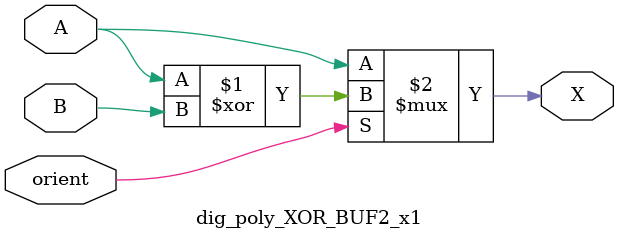
<source format=sv>
/*
 John Martinuk
 jmartinu@purdue.edu
 */

module dig_poly_XOR_BUF2_x1 
  (
   input logic 	A, B, orient,
   output logic X
   );
   
   assign X = (orient) ? (A ^ B) : A;
   
endmodule // POLI_standalone

</source>
